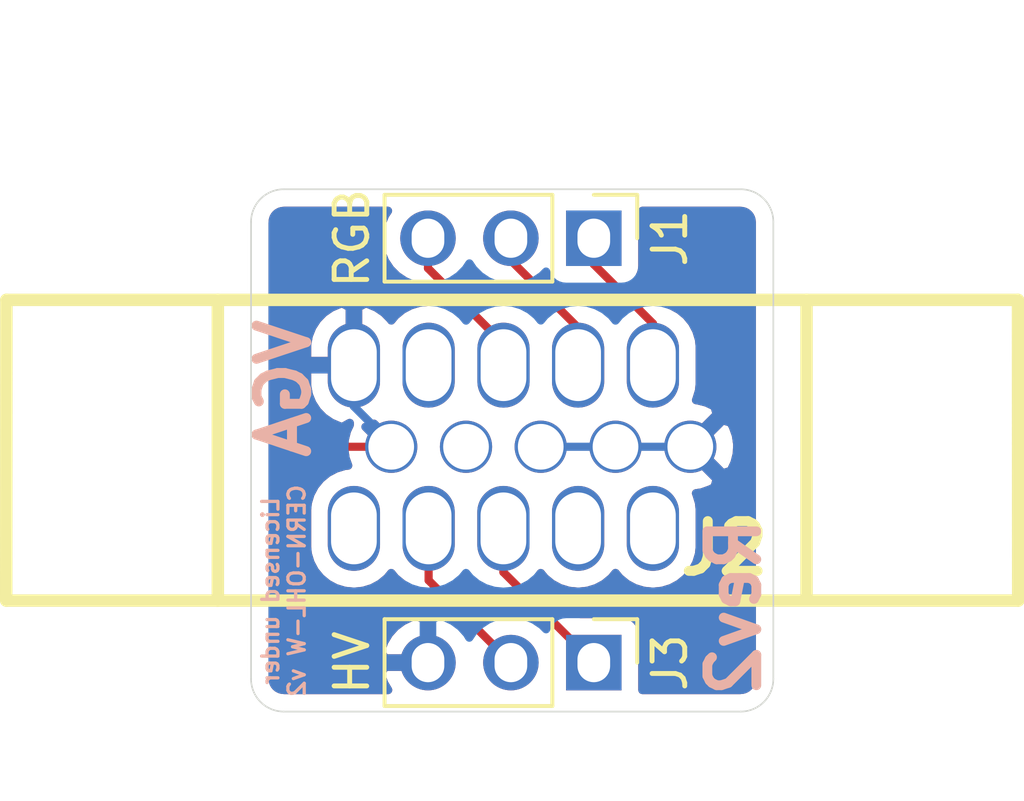
<source format=kicad_pcb>
(kicad_pcb (version 20171130) (host pcbnew "(5.1.6)-1")

  (general
    (thickness 1.6)
    (drawings 12)
    (tracks 23)
    (zones 0)
    (modules 3)
    (nets 7)
  )

  (page A4)
  (layers
    (0 F.Cu signal)
    (31 B.Cu signal)
    (32 B.Adhes user)
    (33 F.Adhes user)
    (34 B.Paste user)
    (35 F.Paste user)
    (36 B.SilkS user)
    (37 F.SilkS user)
    (38 B.Mask user)
    (39 F.Mask user)
    (40 Dwgs.User user)
    (41 Cmts.User user)
    (42 Eco1.User user)
    (43 Eco2.User user)
    (44 Edge.Cuts user)
    (45 Margin user)
    (46 B.CrtYd user)
    (47 F.CrtYd user)
    (48 B.Fab user)
    (49 F.Fab user)
  )

  (setup
    (last_trace_width 0.25)
    (trace_clearance 0.2)
    (zone_clearance 0.508)
    (zone_45_only no)
    (trace_min 0.2)
    (via_size 0.8)
    (via_drill 0.4)
    (via_min_size 0.4)
    (via_min_drill 0.3)
    (uvia_size 0.3)
    (uvia_drill 0.1)
    (uvias_allowed no)
    (uvia_min_size 0.2)
    (uvia_min_drill 0.1)
    (edge_width 0.05)
    (segment_width 0.2)
    (pcb_text_width 0.3)
    (pcb_text_size 1.5 1.5)
    (mod_edge_width 0.12)
    (mod_text_size 1 1)
    (mod_text_width 0.15)
    (pad_size 1.7 1.7)
    (pad_drill 1.2)
    (pad_to_mask_clearance 0.05)
    (aux_axis_origin 127 94)
    (grid_origin 127 94)
    (visible_elements 7FFFFFFF)
    (pcbplotparams
      (layerselection 0x010f0_ffffffff)
      (usegerberextensions true)
      (usegerberattributes true)
      (usegerberadvancedattributes true)
      (creategerberjobfile false)
      (excludeedgelayer true)
      (linewidth 0.100000)
      (plotframeref false)
      (viasonmask false)
      (mode 1)
      (useauxorigin false)
      (hpglpennumber 1)
      (hpglpenspeed 20)
      (hpglpendiameter 15.000000)
      (psnegative false)
      (psa4output false)
      (plotreference true)
      (plotvalue true)
      (plotinvisibletext false)
      (padsonsilk false)
      (subtractmaskfromsilk false)
      (outputformat 1)
      (mirror false)
      (drillshape 0)
      (scaleselection 1)
      (outputdirectory "gerber/"))
  )

  (net 0 "")
  (net 1 B)
  (net 2 R)
  (net 3 G)
  (net 4 V)
  (net 5 H)
  (net 6 GND)

  (net_class Default "This is the default net class."
    (clearance 0.2)
    (trace_width 0.25)
    (via_dia 0.8)
    (via_drill 0.4)
    (uvia_dia 0.3)
    (uvia_drill 0.1)
    (add_net B)
    (add_net G)
    (add_net GND)
    (add_net H)
    (add_net R)
    (add_net V)
  )

  (module Connector_PinHeader_2.54mm:PinHeader_1x03_P2.54mm_Vertical (layer F.Cu) (tedit 62781B2C) (tstamp 62648515)
    (at 137.5 92.5 270)
    (descr "Through hole straight pin header, 1x03, 2.54mm pitch, single row")
    (tags "Through hole pin header THT 1x03 2.54mm single row")
    (path /6264ADCD)
    (fp_text reference J3 (at 0 -2.33 90) (layer F.SilkS)
      (effects (font (size 1 1) (thickness 0.15)))
    )
    (fp_text value HV (at 0 7.41 90) (layer F.SilkS)
      (effects (font (size 1 1) (thickness 0.15)))
    )
    (fp_line (start 1.8 -1.8) (end -1.8 -1.8) (layer F.CrtYd) (width 0.05))
    (fp_line (start 1.8 6.85) (end 1.8 -1.8) (layer F.CrtYd) (width 0.05))
    (fp_line (start -1.8 6.85) (end 1.8 6.85) (layer F.CrtYd) (width 0.05))
    (fp_line (start -1.8 -1.8) (end -1.8 6.85) (layer F.CrtYd) (width 0.05))
    (fp_line (start -1.33 -1.33) (end 0 -1.33) (layer F.SilkS) (width 0.12))
    (fp_line (start -1.33 0) (end -1.33 -1.33) (layer F.SilkS) (width 0.12))
    (fp_line (start -1.33 1.27) (end 1.33 1.27) (layer F.SilkS) (width 0.12))
    (fp_line (start 1.33 1.27) (end 1.33 6.41) (layer F.SilkS) (width 0.12))
    (fp_line (start -1.33 1.27) (end -1.33 6.41) (layer F.SilkS) (width 0.12))
    (fp_line (start -1.33 6.41) (end 1.33 6.41) (layer F.SilkS) (width 0.12))
    (fp_line (start -1.27 -0.635) (end -0.635 -1.27) (layer F.Fab) (width 0.1))
    (fp_line (start -1.27 6.35) (end -1.27 -0.635) (layer F.Fab) (width 0.1))
    (fp_line (start 1.27 6.35) (end -1.27 6.35) (layer F.Fab) (width 0.1))
    (fp_line (start 1.27 -1.27) (end 1.27 6.35) (layer F.Fab) (width 0.1))
    (fp_line (start -0.635 -1.27) (end 1.27 -1.27) (layer F.Fab) (width 0.1))
    (fp_text user %R (at 0 2.54) (layer F.Fab)
      (effects (font (size 1 1) (thickness 0.15)))
    )
    (pad 3 thru_hole oval (at 0 5.08 270) (size 1.7 1.7) (drill oval 1.2 1) (layers *.Cu *.Mask)
      (net 6 GND))
    (pad 2 thru_hole oval (at 0 2.54 270) (size 1.7 1.7) (drill oval 1.2 1) (layers *.Cu *.Mask)
      (net 4 V))
    (pad 1 thru_hole rect (at 0 0 270) (size 1.7 1.7) (drill oval 1.2 1) (layers *.Cu *.Mask)
      (net 5 H))
    (model ${KISYS3DMOD}/Connector_PinHeader_2.54mm.3dshapes/PinHeader_1x03_P2.54mm_Vertical.wrl
      (at (xyz 0 0 0))
      (scale (xyz 1 1 1))
      (rotate (xyz 0 0 0))
    )
  )

  (module Connector_PinHeader_2.54mm:PinHeader_1x03_P2.54mm_Vertical (layer F.Cu) (tedit 62781B15) (tstamp 626484CE)
    (at 137.5 79.5 270)
    (descr "Through hole straight pin header, 1x03, 2.54mm pitch, single row")
    (tags "Through hole pin header THT 1x03 2.54mm single row")
    (path /6264AB73)
    (fp_text reference J1 (at 0 -2.33 90) (layer F.SilkS)
      (effects (font (size 1 1) (thickness 0.15)))
    )
    (fp_text value RGB (at 0 7.41 90) (layer F.SilkS)
      (effects (font (size 1 1) (thickness 0.15)))
    )
    (fp_line (start 1.8 -1.8) (end -1.8 -1.8) (layer F.CrtYd) (width 0.05))
    (fp_line (start 1.8 6.85) (end 1.8 -1.8) (layer F.CrtYd) (width 0.05))
    (fp_line (start -1.8 6.85) (end 1.8 6.85) (layer F.CrtYd) (width 0.05))
    (fp_line (start -1.8 -1.8) (end -1.8 6.85) (layer F.CrtYd) (width 0.05))
    (fp_line (start -1.33 -1.33) (end 0 -1.33) (layer F.SilkS) (width 0.12))
    (fp_line (start -1.33 0) (end -1.33 -1.33) (layer F.SilkS) (width 0.12))
    (fp_line (start -1.33 1.27) (end 1.33 1.27) (layer F.SilkS) (width 0.12))
    (fp_line (start 1.33 1.27) (end 1.33 6.41) (layer F.SilkS) (width 0.12))
    (fp_line (start -1.33 1.27) (end -1.33 6.41) (layer F.SilkS) (width 0.12))
    (fp_line (start -1.33 6.41) (end 1.33 6.41) (layer F.SilkS) (width 0.12))
    (fp_line (start -1.27 -0.635) (end -0.635 -1.27) (layer F.Fab) (width 0.1))
    (fp_line (start -1.27 6.35) (end -1.27 -0.635) (layer F.Fab) (width 0.1))
    (fp_line (start 1.27 6.35) (end -1.27 6.35) (layer F.Fab) (width 0.1))
    (fp_line (start 1.27 -1.27) (end 1.27 6.35) (layer F.Fab) (width 0.1))
    (fp_line (start -0.635 -1.27) (end 1.27 -1.27) (layer F.Fab) (width 0.1))
    (fp_text user %R (at 0 2.54) (layer F.Fab)
      (effects (font (size 1 1) (thickness 0.15)))
    )
    (pad 3 thru_hole oval (at 0 5.08 270) (size 1.7 1.7) (drill oval 1.2 1) (layers *.Cu *.Mask)
      (net 1 B))
    (pad 2 thru_hole oval (at 0 2.54 270) (size 1.7 1.7) (drill oval 1.2 1) (layers *.Cu *.Mask)
      (net 3 G))
    (pad 1 thru_hole rect (at 0 0 270) (size 1.7 1.7) (drill oval 1.2 1) (layers *.Cu *.Mask)
      (net 2 R))
    (model ${KISYS3DMOD}/Connector_PinHeader_2.54mm.3dshapes/PinHeader_1x03_P2.54mm_Vertical.wrl
      (at (xyz 0 0 0))
      (scale (xyz 1 1 1))
      (rotate (xyz 0 0 0))
    )
  )

  (module ryuk_lib:DB_15F-VGA_L (layer F.Cu) (tedit 62781A91) (tstamp 62572BB2)
    (at 135 96.5)
    (descr "D-SUB 15 pin VGA socket, Tyco P/N 440467-1")
    (path /6256D551)
    (fp_text reference J2 (at 6.5 -7.5) (layer F.SilkS)
      (effects (font (size 1.524 1.524) (thickness 0.3048)))
    )
    (fp_text value VGA (at -7 -12.4 -90) (layer B.SilkS)
      (effects (font (size 1.524 1.524) (thickness 0.3048)) (justify mirror))
    )
    (fp_line (start 15.5 -5.9) (end -15.488 -5.9) (layer F.SilkS) (width 0.381))
    (fp_line (start -9.017 -15.112) (end -9.017 -5.9) (layer F.SilkS) (width 0.381))
    (fp_line (start -15.5 -5.9) (end -15.494 -15.112) (layer F.SilkS) (width 0.381))
    (fp_line (start 15.494 -15.112) (end 15.5 -5.9) (layer F.SilkS) (width 0.381))
    (fp_line (start 15.494 -15.112) (end -15.494 -15.112) (layer F.SilkS) (width 0.381))
    (fp_line (start 9.017 -6) (end 9.017 -15.112) (layer F.SilkS) (width 0.381))
    (pad 3 thru_hole oval (at -0.2667 -13.112) (size 1.6 2.6) (drill oval 1.4 2.2) (layers *.Cu *.Mask)
      (net 1 B))
    (pad 2 thru_hole oval (at 2.0193 -13.112) (size 1.6 2.6) (drill oval 1.4 2.2) (layers *.Cu *.Mask)
      (net 3 G))
    (pad 1 thru_hole oval (at 4.31038 -13.112) (size 1.6 2.6) (drill oval 1.4 2.2) (layers *.Cu *.Mask)
      (net 2 R))
    (pad 4 thru_hole oval (at -2.56032 -13.112) (size 1.6 2.6) (drill oval 1.4 2.2) (layers *.Cu *.Mask))
    (pad 5 thru_hole oval (at -4.84886 -13.112) (size 1.6 2.6) (drill oval 1.4 2.2) (layers *.Cu *.Mask)
      (net 6 GND))
    (pad 9 thru_hole circle (at -1.41478 -10.612) (size 1.6 1.6) (drill 1.4) (layers *.Cu *.Mask))
    (pad 8 thru_hole circle (at 0.87376 -10.612) (size 1.6 1.6) (drill 1.4) (layers *.Cu *.Mask)
      (net 6 GND))
    (pad 7 thru_hole circle (at 3.16484 -10.612) (size 1.6 1.6) (drill 1.4) (layers *.Cu *.Mask)
      (net 6 GND))
    (pad 6 thru_hole circle (at 5.45592 -10.612) (size 1.6 1.6) (drill 1.4) (layers *.Cu *.Mask)
      (net 6 GND))
    (pad 10 thru_hole circle (at -3.70586 -10.612) (size 1.6 1.6) (drill 1.4) (layers *.Cu *.Mask)
      (net 6 GND))
    (pad 11 thru_hole oval (at 4.31038 -8.112) (size 1.6 2.6) (drill oval 1.4 2.2) (layers *.Cu *.Mask))
    (pad 12 thru_hole oval (at 2.0193 -8.112) (size 1.6 2.6) (drill oval 1.4 2.2) (layers *.Cu *.Mask))
    (pad 13 thru_hole oval (at -0.26924 -8.112) (size 1.6 2.6) (drill oval 1.4 2.2) (layers *.Cu *.Mask)
      (net 5 H))
    (pad 14 thru_hole oval (at -2.56032 -8.112) (size 1.6 2.6) (drill oval 1.4 2.2) (layers *.Cu *.Mask)
      (net 4 V))
    (pad 15 thru_hole oval (at -4.84886 -8.112) (size 1.6 2.6) (drill oval 1.4 2.2) (layers *.Cu *.Mask))
    (model walter/conn_pc/db_15-vga.wrl
      (at (xyz 0 0 0))
      (scale (xyz 1 1 1))
      (rotate (xyz 0 0 0))
    )
  )

  (gr_text "Licensed under\nCERN-OHL-W v2" (at 128 90.3 90) (layer B.SilkS)
    (effects (font (size 0.5 0.5) (thickness 0.1)) (justify mirror))
  )
  (gr_text Rev2 (at 141.8 90.8 90) (layer B.SilkS)
    (effects (font (size 1.5 1.5) (thickness 0.3)) (justify mirror))
  )
  (gr_arc (start 142 93) (end 142 94) (angle -90) (layer Edge.Cuts) (width 0.05) (tstamp 62648917))
  (gr_arc (start 128 93) (end 127 93) (angle -90) (layer Edge.Cuts) (width 0.05) (tstamp 62648914))
  (gr_line (start 142 78) (end 128 78) (layer Edge.Cuts) (width 0.05) (tstamp 626488A0))
  (gr_line (start 142 94) (end 128 94) (layer Edge.Cuts) (width 0.05))
  (dimension 16 (width 0.15) (layer Dwgs.User)
    (gr_text "16.000 mm" (at 135 72.9) (layer Dwgs.User)
      (effects (font (size 1 1) (thickness 0.15)))
    )
    (feature1 (pts (xy 127 78) (xy 127 73.613579)))
    (feature2 (pts (xy 143 78) (xy 143 73.613579)))
    (crossbar (pts (xy 143 74.2) (xy 127 74.2)))
    (arrow1a (pts (xy 127 74.2) (xy 128.126504 73.613579)))
    (arrow1b (pts (xy 127 74.2) (xy 128.126504 74.786421)))
    (arrow2a (pts (xy 143 74.2) (xy 141.873496 73.613579)))
    (arrow2b (pts (xy 143 74.2) (xy 141.873496 74.786421)))
  )
  (dimension 16 (width 0.15) (layer Dwgs.User)
    (gr_text "16.000 mm" (at 147.9 86 270) (layer Dwgs.User)
      (effects (font (size 1 1) (thickness 0.15)))
    )
    (feature1 (pts (xy 143 94) (xy 147.186421 94)))
    (feature2 (pts (xy 143 78) (xy 147.186421 78)))
    (crossbar (pts (xy 146.6 78) (xy 146.6 94)))
    (arrow1a (pts (xy 146.6 94) (xy 146.013579 92.873496)))
    (arrow1b (pts (xy 146.6 94) (xy 147.186421 92.873496)))
    (arrow2a (pts (xy 146.6 78) (xy 146.013579 79.126504)))
    (arrow2b (pts (xy 146.6 78) (xy 147.186421 79.126504)))
  )
  (gr_arc (start 128 79) (end 128 78) (angle -90) (layer Edge.Cuts) (width 0.05) (tstamp 6257372A))
  (gr_arc (start 142 79) (end 143 79) (angle -90) (layer Edge.Cuts) (width 0.05))
  (gr_line (start 143 93) (end 143 79) (layer Edge.Cuts) (width 0.05))
  (gr_line (start 127 79) (end 127 93) (layer Edge.Cuts) (width 0.05))

  (segment (start 134.5 82.9547) (end 134.7333 83.188) (width 0.25) (layer F.Cu) (net 1))
  (segment (start 134.5 82.5) (end 134.5 82.9547) (width 0.25) (layer F.Cu) (net 1))
  (segment (start 132.42 79.5) (end 132.42 80.42) (width 0.25) (layer F.Cu) (net 1))
  (segment (start 132.42 80.42) (end 134.5 82.5) (width 0.25) (layer F.Cu) (net 1))
  (segment (start 137.5 80.3) (end 137.5 79.5) (width 0.25) (layer F.Cu) (net 2))
  (segment (start 139.31038 83.188) (end 139.31038 82.11038) (width 0.25) (layer F.Cu) (net 2))
  (segment (start 139.31038 82.11038) (end 137.5 80.3) (width 0.25) (layer F.Cu) (net 2))
  (segment (start 134.96 80.18) (end 134.96 79.5) (width 0.25) (layer F.Cu) (net 3))
  (segment (start 137.0193 83.188) (end 137.0193 82.2393) (width 0.25) (layer F.Cu) (net 3))
  (segment (start 137.0193 82.2393) (end 134.96 80.18) (width 0.25) (layer F.Cu) (net 3))
  (segment (start 132.43968 89.97968) (end 134.96 92.5) (width 0.25) (layer F.Cu) (net 4))
  (segment (start 132.43968 88.588) (end 132.43968 89.97968) (width 0.25) (layer F.Cu) (net 4))
  (segment (start 134.73076 89.73076) (end 137.5 92.5) (width 0.25) (layer F.Cu) (net 5))
  (segment (start 134.73076 88.588) (end 134.73076 89.73076) (width 0.25) (layer F.Cu) (net 5))
  (segment (start 131.29414 85.888) (end 131.29414 85.79414) (width 0.25) (layer B.Cu) (net 6))
  (segment (start 130.15114 84.65114) (end 130.15114 83.188) (width 0.25) (layer B.Cu) (net 6))
  (segment (start 131.29414 85.79414) (end 130.15114 84.65114) (width 0.25) (layer B.Cu) (net 6))
  (segment (start 135.87376 85.888) (end 140.45592 85.888) (width 0.25) (layer B.Cu) (net 6))
  (segment (start 129.812 85.888) (end 131.29414 85.888) (width 0.25) (layer F.Cu) (net 6))
  (segment (start 128.6 87.1) (end 129.812 85.888) (width 0.25) (layer F.Cu) (net 6))
  (segment (start 128.6 89.882081) (end 128.6 87.1) (width 0.25) (layer F.Cu) (net 6))
  (segment (start 132.42 92.5) (end 131.217919 92.5) (width 0.25) (layer F.Cu) (net 6))
  (segment (start 131.217919 92.5) (end 128.6 89.882081) (width 0.25) (layer F.Cu) (net 6))

  (zone (net 6) (net_name GND) (layer B.Cu) (tstamp 0) (hatch edge 0.508)
    (connect_pads (clearance 0.508))
    (min_thickness 0.254)
    (fill yes (arc_segments 32) (thermal_gap 0.508) (thermal_bridge_width 0.508))
    (polygon
      (pts
        (xy 143 94) (xy 127 94) (xy 127 78) (xy 143 78)
      )
    )
    (filled_polygon
      (pts
        (xy 131.10401 78.796589) (xy 130.992068 79.066842) (xy 130.935 79.35374) (xy 130.935 79.64626) (xy 130.992068 79.933158)
        (xy 131.10401 80.203411) (xy 131.266525 80.446632) (xy 131.473368 80.653475) (xy 131.716589 80.81599) (xy 131.986842 80.927932)
        (xy 132.27374 80.985) (xy 132.56626 80.985) (xy 132.853158 80.927932) (xy 133.123411 80.81599) (xy 133.366632 80.653475)
        (xy 133.573475 80.446632) (xy 133.69 80.27224) (xy 133.806525 80.446632) (xy 134.013368 80.653475) (xy 134.256589 80.81599)
        (xy 134.526842 80.927932) (xy 134.81374 80.985) (xy 135.10626 80.985) (xy 135.393158 80.927932) (xy 135.663411 80.81599)
        (xy 135.906632 80.653475) (xy 136.038487 80.52162) (xy 136.060498 80.59418) (xy 136.119463 80.704494) (xy 136.198815 80.801185)
        (xy 136.295506 80.880537) (xy 136.40582 80.939502) (xy 136.525518 80.975812) (xy 136.65 80.988072) (xy 138.35 80.988072)
        (xy 138.474482 80.975812) (xy 138.59418 80.939502) (xy 138.704494 80.880537) (xy 138.801185 80.801185) (xy 138.880537 80.704494)
        (xy 138.939502 80.59418) (xy 138.975812 80.474482) (xy 138.988072 80.35) (xy 138.988072 78.66) (xy 141.967721 78.66)
        (xy 142.065424 78.66958) (xy 142.128356 78.68858) (xy 142.186405 78.719445) (xy 142.237343 78.760989) (xy 142.279248 78.811644)
        (xy 142.310515 78.869471) (xy 142.329956 78.932272) (xy 142.340001 79.027845) (xy 142.34 92.967721) (xy 142.33042 93.065424)
        (xy 142.31142 93.128357) (xy 142.280554 93.186406) (xy 142.239011 93.237343) (xy 142.188356 93.279248) (xy 142.130529 93.310515)
        (xy 142.067728 93.329956) (xy 141.972165 93.34) (xy 138.988072 93.34) (xy 138.988072 91.65) (xy 138.975812 91.525518)
        (xy 138.939502 91.40582) (xy 138.880537 91.295506) (xy 138.801185 91.198815) (xy 138.704494 91.119463) (xy 138.59418 91.060498)
        (xy 138.474482 91.024188) (xy 138.35 91.011928) (xy 136.65 91.011928) (xy 136.525518 91.024188) (xy 136.40582 91.060498)
        (xy 136.295506 91.119463) (xy 136.198815 91.198815) (xy 136.119463 91.295506) (xy 136.060498 91.40582) (xy 136.038487 91.47838)
        (xy 135.906632 91.346525) (xy 135.663411 91.18401) (xy 135.393158 91.072068) (xy 135.10626 91.015) (xy 134.81374 91.015)
        (xy 134.526842 91.072068) (xy 134.256589 91.18401) (xy 134.013368 91.346525) (xy 133.806525 91.553368) (xy 133.684805 91.735534)
        (xy 133.615178 91.618645) (xy 133.420269 91.402412) (xy 133.18692 91.228359) (xy 132.924099 91.103175) (xy 132.77689 91.058524)
        (xy 132.547 91.179845) (xy 132.547 92.373) (xy 132.567 92.373) (xy 132.567 92.627) (xy 132.547 92.627)
        (xy 132.547 92.647) (xy 132.293 92.647) (xy 132.293 92.627) (xy 131.099186 92.627) (xy 130.978519 92.856891)
        (xy 131.075843 93.131252) (xy 131.200188 93.34) (xy 128.032279 93.34) (xy 127.934576 93.33042) (xy 127.871643 93.31142)
        (xy 127.813594 93.280554) (xy 127.762657 93.239011) (xy 127.720752 93.188356) (xy 127.689485 93.130529) (xy 127.670044 93.067728)
        (xy 127.66 92.972165) (xy 127.66 92.143109) (xy 130.978519 92.143109) (xy 131.099186 92.373) (xy 132.293 92.373)
        (xy 132.293 91.179845) (xy 132.06311 91.058524) (xy 131.915901 91.103175) (xy 131.65308 91.228359) (xy 131.419731 91.402412)
        (xy 131.224822 91.618645) (xy 131.075843 91.868748) (xy 130.978519 92.143109) (xy 127.66 92.143109) (xy 127.66 83.515)
        (xy 128.71614 83.515) (xy 128.71614 84.015) (xy 128.76849 84.292514) (xy 128.873974 84.554483) (xy 129.028539 84.790839)
        (xy 129.226245 84.9925) (xy 129.459494 85.151715) (xy 129.719322 85.262367) (xy 129.802101 85.279904) (xy 130.024138 85.157916)
        (xy 130.024138 85.216928) (xy 129.936569 85.401996) (xy 129.86784 85.676184) (xy 129.853923 85.958512) (xy 129.895353 86.23813)
        (xy 129.975884 86.463318) (xy 129.869831 86.473764) (xy 129.599332 86.555818) (xy 129.350039 86.689068) (xy 129.131532 86.868393)
        (xy 128.952208 87.0869) (xy 128.818958 87.336193) (xy 128.736904 87.606692) (xy 128.71614 87.817509) (xy 128.71614 88.958492)
        (xy 128.736904 89.169309) (xy 128.818958 89.439808) (xy 128.952208 89.689101) (xy 129.131533 89.907608) (xy 129.35004 90.086932)
        (xy 129.599333 90.220182) (xy 129.869832 90.302236) (xy 130.15114 90.329943) (xy 130.432449 90.302236) (xy 130.702948 90.220182)
        (xy 130.952241 90.086932) (xy 131.170748 89.907608) (xy 131.29541 89.755707) (xy 131.420073 89.907608) (xy 131.63858 90.086932)
        (xy 131.887873 90.220182) (xy 132.158372 90.302236) (xy 132.43968 90.329943) (xy 132.720989 90.302236) (xy 132.991488 90.220182)
        (xy 133.240781 90.086932) (xy 133.459288 89.907608) (xy 133.58522 89.754159) (xy 133.711153 89.907608) (xy 133.92966 90.086932)
        (xy 134.178953 90.220182) (xy 134.449452 90.302236) (xy 134.73076 90.329943) (xy 135.012069 90.302236) (xy 135.282568 90.220182)
        (xy 135.531861 90.086932) (xy 135.750368 89.907608) (xy 135.87503 89.755707) (xy 135.999693 89.907608) (xy 136.2182 90.086932)
        (xy 136.467493 90.220182) (xy 136.737992 90.302236) (xy 137.0193 90.329943) (xy 137.300609 90.302236) (xy 137.571108 90.220182)
        (xy 137.820401 90.086932) (xy 138.038908 89.907608) (xy 138.16484 89.754159) (xy 138.290773 89.907608) (xy 138.50928 90.086932)
        (xy 138.758573 90.220182) (xy 139.029072 90.302236) (xy 139.31038 90.329943) (xy 139.591689 90.302236) (xy 139.862188 90.220182)
        (xy 140.111481 90.086932) (xy 140.329988 89.907608) (xy 140.509312 89.689101) (xy 140.642562 89.439808) (xy 140.724616 89.169309)
        (xy 140.74538 88.958492) (xy 140.74538 87.817508) (xy 140.724616 87.606691) (xy 140.642562 87.336192) (xy 140.63009 87.312858)
        (xy 140.80605 87.286787) (xy 141.072212 87.191603) (xy 141.197434 87.124671) (xy 141.269017 86.880702) (xy 140.45592 86.067605)
        (xy 140.441778 86.081748) (xy 140.262173 85.902143) (xy 140.276315 85.888) (xy 140.635525 85.888) (xy 141.448622 86.701097)
        (xy 141.692591 86.629514) (xy 141.813491 86.374004) (xy 141.88222 86.099816) (xy 141.896137 85.817488) (xy 141.854707 85.53787)
        (xy 141.759523 85.271708) (xy 141.692591 85.146486) (xy 141.448622 85.074903) (xy 140.635525 85.888) (xy 140.276315 85.888)
        (xy 140.262173 85.873858) (xy 140.441778 85.694253) (xy 140.45592 85.708395) (xy 141.269017 84.895298) (xy 141.197434 84.651329)
        (xy 140.941924 84.530429) (xy 140.667736 84.4617) (xy 140.631807 84.459929) (xy 140.642562 84.439808) (xy 140.724616 84.169309)
        (xy 140.74538 83.958492) (xy 140.74538 82.817508) (xy 140.724616 82.606691) (xy 140.642562 82.336192) (xy 140.509312 82.086899)
        (xy 140.329987 81.868392) (xy 140.11148 81.689068) (xy 139.862187 81.555818) (xy 139.591688 81.473764) (xy 139.31038 81.446057)
        (xy 139.029071 81.473764) (xy 138.758572 81.555818) (xy 138.509279 81.689068) (xy 138.290772 81.868393) (xy 138.16484 82.021841)
        (xy 138.038907 81.868392) (xy 137.8204 81.689068) (xy 137.571107 81.555818) (xy 137.300608 81.473764) (xy 137.0193 81.446057)
        (xy 136.737991 81.473764) (xy 136.467492 81.555818) (xy 136.218199 81.689068) (xy 135.999692 81.868393) (xy 135.8763 82.018746)
        (xy 135.752907 81.868392) (xy 135.5344 81.689068) (xy 135.285107 81.555818) (xy 135.014608 81.473764) (xy 134.7333 81.446057)
        (xy 134.451991 81.473764) (xy 134.181492 81.555818) (xy 133.932199 81.689068) (xy 133.713692 81.868393) (xy 133.58649 82.023389)
        (xy 133.459287 81.868392) (xy 133.24078 81.689068) (xy 132.991487 81.555818) (xy 132.720988 81.473764) (xy 132.43968 81.446057)
        (xy 132.158371 81.473764) (xy 131.887872 81.555818) (xy 131.638579 81.689068) (xy 131.420072 81.868393) (xy 131.296137 82.019408)
        (xy 131.273741 81.985161) (xy 131.076035 81.7835) (xy 130.842786 81.624285) (xy 130.582958 81.513633) (xy 130.500179 81.496096)
        (xy 130.27814 81.618085) (xy 130.27814 83.261) (xy 130.29814 83.261) (xy 130.29814 83.515) (xy 130.27814 83.515)
        (xy 130.27814 83.535) (xy 130.02414 83.535) (xy 130.02414 83.515) (xy 128.71614 83.515) (xy 127.66 83.515)
        (xy 127.66 82.761) (xy 128.71614 82.761) (xy 128.71614 83.261) (xy 130.02414 83.261) (xy 130.02414 81.618085)
        (xy 129.802101 81.496096) (xy 129.719322 81.513633) (xy 129.459494 81.624285) (xy 129.226245 81.7835) (xy 129.028539 81.985161)
        (xy 128.873974 82.221517) (xy 128.76849 82.483486) (xy 128.71614 82.761) (xy 127.66 82.761) (xy 127.66 79.032279)
        (xy 127.66958 78.934576) (xy 127.68858 78.871644) (xy 127.719445 78.813595) (xy 127.760989 78.762657) (xy 127.811644 78.720752)
        (xy 127.869471 78.689485) (xy 127.932272 78.670044) (xy 128.027835 78.66) (xy 131.195276 78.66)
      )
    )
    (filled_polygon
      (pts
        (xy 138.358588 85.873858) (xy 138.344445 85.888) (xy 138.358588 85.902143) (xy 138.178983 86.081748) (xy 138.16484 86.067605)
        (xy 138.150698 86.081748) (xy 137.971093 85.902143) (xy 137.985235 85.888) (xy 137.971093 85.873858) (xy 138.150698 85.694253)
        (xy 138.16484 85.708395) (xy 138.178983 85.694253)
      )
    )
    (filled_polygon
      (pts
        (xy 136.067508 85.873858) (xy 136.053365 85.888) (xy 136.067508 85.902143) (xy 135.887903 86.081748) (xy 135.87376 86.067605)
        (xy 135.859618 86.081748) (xy 135.680013 85.902143) (xy 135.694155 85.888) (xy 135.680013 85.873858) (xy 135.859618 85.694253)
        (xy 135.87376 85.708395) (xy 135.887903 85.694253)
      )
    )
    (filled_polygon
      (pts
        (xy 131.29414 85.708395) (xy 131.308283 85.694253) (xy 131.487888 85.873858) (xy 131.473745 85.888) (xy 131.487888 85.902143)
        (xy 131.308283 86.081748) (xy 131.29414 86.067605) (xy 131.279998 86.081748) (xy 131.100393 85.902143) (xy 131.114535 85.888)
        (xy 130.505345 85.27881) (xy 130.582958 85.262367) (xy 130.768918 85.183173)
      )
    )
  )
  (zone (net 6) (net_name GND) (layer F.Cu) (tstamp 0) (hatch edge 0.508)
    (connect_pads (clearance 0.508))
    (min_thickness 0.254)
    (fill yes (arc_segments 32) (thermal_gap 0.508) (thermal_bridge_width 0.508))
    (polygon
      (pts
        (xy 143 94) (xy 127 94) (xy 127 78) (xy 143 78)
      )
    )
    (filled_polygon
      (pts
        (xy 131.10401 78.796589) (xy 130.992068 79.066842) (xy 130.935 79.35374) (xy 130.935 79.64626) (xy 130.992068 79.933158)
        (xy 131.10401 80.203411) (xy 131.266525 80.446632) (xy 131.473368 80.653475) (xy 131.716589 80.81599) (xy 131.785102 80.844369)
        (xy 131.856201 80.931002) (xy 131.88 80.960001) (xy 131.908998 80.983799) (xy 132.377391 81.452192) (xy 132.158371 81.473764)
        (xy 131.887872 81.555818) (xy 131.638579 81.689068) (xy 131.420072 81.868393) (xy 131.296137 82.019408) (xy 131.273741 81.985161)
        (xy 131.076035 81.7835) (xy 130.842786 81.624285) (xy 130.582958 81.513633) (xy 130.500179 81.496096) (xy 130.27814 81.618085)
        (xy 130.27814 83.261) (xy 130.29814 83.261) (xy 130.29814 83.515) (xy 130.27814 83.515) (xy 130.27814 83.535)
        (xy 130.02414 83.535) (xy 130.02414 83.515) (xy 128.71614 83.515) (xy 128.71614 84.015) (xy 128.76849 84.292514)
        (xy 128.873974 84.554483) (xy 129.028539 84.790839) (xy 129.226245 84.9925) (xy 129.459494 85.151715) (xy 129.719322 85.262367)
        (xy 129.802101 85.279904) (xy 130.024138 85.157916) (xy 130.024138 85.216928) (xy 129.936569 85.401996) (xy 129.86784 85.676184)
        (xy 129.853923 85.958512) (xy 129.895353 86.23813) (xy 129.975884 86.463318) (xy 129.869831 86.473764) (xy 129.599332 86.555818)
        (xy 129.350039 86.689068) (xy 129.131532 86.868393) (xy 128.952208 87.0869) (xy 128.818958 87.336193) (xy 128.736904 87.606692)
        (xy 128.71614 87.817509) (xy 128.71614 88.958492) (xy 128.736904 89.169309) (xy 128.818958 89.439808) (xy 128.952208 89.689101)
        (xy 129.131533 89.907608) (xy 129.35004 90.086932) (xy 129.599333 90.220182) (xy 129.869832 90.302236) (xy 130.15114 90.329943)
        (xy 130.432449 90.302236) (xy 130.702948 90.220182) (xy 130.952241 90.086932) (xy 131.170748 89.907608) (xy 131.29541 89.755707)
        (xy 131.420073 89.907608) (xy 131.63858 90.086932) (xy 131.689234 90.114007) (xy 131.690678 90.128665) (xy 131.734134 90.271926)
        (xy 131.804706 90.403956) (xy 131.86692 90.479763) (xy 131.89968 90.519681) (xy 131.928678 90.543479) (xy 132.400199 91.015)
        (xy 132.292998 91.015) (xy 132.292998 91.179844) (xy 132.06311 91.058524) (xy 131.915901 91.103175) (xy 131.65308 91.228359)
        (xy 131.419731 91.402412) (xy 131.224822 91.618645) (xy 131.075843 91.868748) (xy 130.978519 92.143109) (xy 131.099186 92.373)
        (xy 132.293 92.373) (xy 132.293 92.353) (xy 132.547 92.353) (xy 132.547 92.373) (xy 132.567 92.373)
        (xy 132.567 92.627) (xy 132.547 92.627) (xy 132.547 92.647) (xy 132.293 92.647) (xy 132.293 92.627)
        (xy 131.099186 92.627) (xy 130.978519 92.856891) (xy 131.075843 93.131252) (xy 131.200188 93.34) (xy 128.032279 93.34)
        (xy 127.934576 93.33042) (xy 127.871643 93.31142) (xy 127.813594 93.280554) (xy 127.762657 93.239011) (xy 127.720752 93.188356)
        (xy 127.689485 93.130529) (xy 127.670044 93.067728) (xy 127.66 92.972165) (xy 127.66 82.761) (xy 128.71614 82.761)
        (xy 128.71614 83.261) (xy 130.02414 83.261) (xy 130.02414 81.618085) (xy 129.802101 81.496096) (xy 129.719322 81.513633)
        (xy 129.459494 81.624285) (xy 129.226245 81.7835) (xy 129.028539 81.985161) (xy 128.873974 82.221517) (xy 128.76849 82.483486)
        (xy 128.71614 82.761) (xy 127.66 82.761) (xy 127.66 79.032279) (xy 127.66958 78.934576) (xy 127.68858 78.871644)
        (xy 127.719445 78.813595) (xy 127.760989 78.762657) (xy 127.811644 78.720752) (xy 127.869471 78.689485) (xy 127.932272 78.670044)
        (xy 128.027835 78.66) (xy 131.195276 78.66)
      )
    )
    (filled_polygon
      (pts
        (xy 142.065424 78.66958) (xy 142.128356 78.68858) (xy 142.186405 78.719445) (xy 142.237343 78.760989) (xy 142.279248 78.811644)
        (xy 142.310515 78.869471) (xy 142.329956 78.932272) (xy 142.340001 79.027845) (xy 142.34 92.967721) (xy 142.33042 93.065424)
        (xy 142.31142 93.128357) (xy 142.280554 93.186406) (xy 142.239011 93.237343) (xy 142.188356 93.279248) (xy 142.130529 93.310515)
        (xy 142.067728 93.329956) (xy 141.972165 93.34) (xy 138.988072 93.34) (xy 138.988072 91.65) (xy 138.975812 91.525518)
        (xy 138.939502 91.40582) (xy 138.880537 91.295506) (xy 138.801185 91.198815) (xy 138.704494 91.119463) (xy 138.59418 91.060498)
        (xy 138.474482 91.024188) (xy 138.35 91.011928) (xy 137.08673 91.011928) (xy 135.854962 89.78016) (xy 135.87503 89.755707)
        (xy 135.999693 89.907608) (xy 136.2182 90.086932) (xy 136.467493 90.220182) (xy 136.737992 90.302236) (xy 137.0193 90.329943)
        (xy 137.300609 90.302236) (xy 137.571108 90.220182) (xy 137.820401 90.086932) (xy 138.038908 89.907608) (xy 138.16484 89.754159)
        (xy 138.290773 89.907608) (xy 138.50928 90.086932) (xy 138.758573 90.220182) (xy 139.029072 90.302236) (xy 139.31038 90.329943)
        (xy 139.591689 90.302236) (xy 139.862188 90.220182) (xy 140.111481 90.086932) (xy 140.329988 89.907608) (xy 140.509312 89.689101)
        (xy 140.642562 89.439808) (xy 140.724616 89.169309) (xy 140.74538 88.958492) (xy 140.74538 87.817508) (xy 140.724616 87.606691)
        (xy 140.642562 87.336192) (xy 140.63009 87.312858) (xy 140.80605 87.286787) (xy 141.072212 87.191603) (xy 141.197434 87.124671)
        (xy 141.269017 86.880702) (xy 140.45592 86.067605) (xy 140.441778 86.081748) (xy 140.262173 85.902143) (xy 140.276315 85.888)
        (xy 140.635525 85.888) (xy 141.448622 86.701097) (xy 141.692591 86.629514) (xy 141.813491 86.374004) (xy 141.88222 86.099816)
        (xy 141.896137 85.817488) (xy 141.854707 85.53787) (xy 141.759523 85.271708) (xy 141.692591 85.146486) (xy 141.448622 85.074903)
        (xy 140.635525 85.888) (xy 140.276315 85.888) (xy 140.262173 85.873858) (xy 140.441778 85.694253) (xy 140.45592 85.708395)
        (xy 141.269017 84.895298) (xy 141.197434 84.651329) (xy 140.941924 84.530429) (xy 140.667736 84.4617) (xy 140.631807 84.459929)
        (xy 140.642562 84.439808) (xy 140.724616 84.169309) (xy 140.74538 83.958492) (xy 140.74538 82.817508) (xy 140.724616 82.606691)
        (xy 140.642562 82.336192) (xy 140.509312 82.086899) (xy 140.329987 81.868392) (xy 140.11148 81.689068) (xy 139.862187 81.555818)
        (xy 139.816875 81.542073) (xy 138.914938 80.640136) (xy 138.939502 80.59418) (xy 138.975812 80.474482) (xy 138.988072 80.35)
        (xy 138.988072 78.66) (xy 141.967721 78.66)
      )
    )
    (filled_polygon
      (pts
        (xy 131.29414 85.708395) (xy 131.308283 85.694253) (xy 131.487888 85.873858) (xy 131.473745 85.888) (xy 131.487888 85.902143)
        (xy 131.308283 86.081748) (xy 131.29414 86.067605) (xy 131.279998 86.081748) (xy 131.100393 85.902143) (xy 131.114535 85.888)
        (xy 130.505345 85.27881) (xy 130.582958 85.262367) (xy 130.768918 85.183173)
      )
    )
    (filled_polygon
      (pts
        (xy 138.358588 85.873858) (xy 138.344445 85.888) (xy 138.358588 85.902143) (xy 138.178983 86.081748) (xy 138.16484 86.067605)
        (xy 138.150698 86.081748) (xy 137.971093 85.902143) (xy 137.985235 85.888) (xy 137.971093 85.873858) (xy 138.150698 85.694253)
        (xy 138.16484 85.708395) (xy 138.178983 85.694253)
      )
    )
    (filled_polygon
      (pts
        (xy 136.067508 85.873858) (xy 136.053365 85.888) (xy 136.067508 85.902143) (xy 135.887903 86.081748) (xy 135.87376 86.067605)
        (xy 135.859618 86.081748) (xy 135.680013 85.902143) (xy 135.694155 85.888) (xy 135.680013 85.873858) (xy 135.859618 85.694253)
        (xy 135.87376 85.708395) (xy 135.887903 85.694253)
      )
    )
  )
)

</source>
